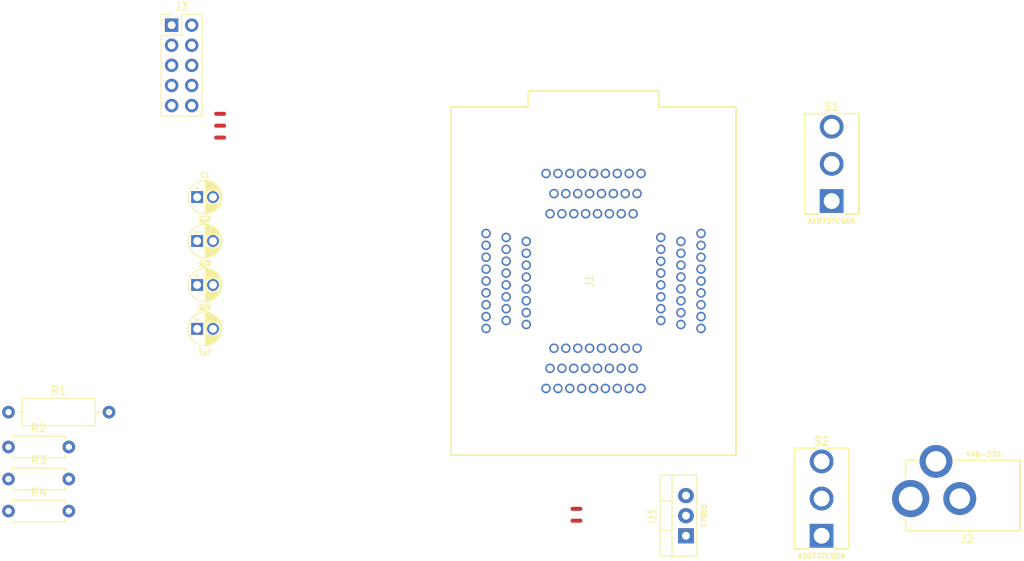
<source format=kicad_pcb>
(kicad_pcb (version 20240108) (generator "pcbnew") (generator_version "8.0")
  (layers (0 "F.Cu" signal) (31 "B.Cu" signal) (34 "B.Paste" user) (35 "F.Paste" user) (36 "B.SilkS" user "B.Silkscreen") (37 "F.SilkS" user "F.Silkscreen") (38 "B.Mask" user) (39 "F.Mask" user) (44 "Edge.Cuts" user))
  (net 0 "")
  (net 1 "/INPUT{slash}GCLK1")
  (net 2 "/VCCIO")
  (net 3 "/GND")
  (net 4 "/TMS")
  (net 5 "/TDO")
  (net 6 "/TDI")
  (net 7 "/TCK")
  (net 8 "/INPUT{slash}OE1")
  (net 9 "/VCCINT")
  (net 10 "/INPUT{slash}GCLRn")
  (net 11 "/INPUT{slash}OE2{slash}GCLK2")
  (net 13 "/5V")
  (net 89 "/12V Socket")
  (net 92 "Net-(J3-Pin_9)")
  (net 97 "/12V")
  (net 98 "Net-(S1-P1)")
  (footprint "SamacSys_Parts:448376" (layer "F.Cu") (at 214.249 112.141)
    (property "Reference" "J2" (at -4.064 5.08 0) (layer "F.SilkS") (effects (font (thickness 0.2))))
    (property "Value" "448-376" (at -2.032 -5.588 0) (layer "F.SilkS") (effects (font (size 0.635 0.635))))
    (pad "A1" thru_hole circle (at -11.2268 0) (size 4.7 4.7) (drill 3) (layers "*.Cu" "*.Mask") (net 89 "/12V Socket"))
    (pad "B1" thru_hole circle (at -8.0268 -4.7) (size 4.15 4.15) (drill 2.6) (layers "*.Cu" "*.Mask") (net 3 "/GND"))
    (pad "C1" thru_hole circle (at -5.0268 0) (size 4.15 4.15) (drill 2.6) (layers "*.Cu" "*.Mask") (net 3 "/GND"))
  )
  (footprint "SamacSys_Parts:CP_Radial_D4.0mm_P2.00mm" (layer "F.Cu") (at 112.865 74.045)
    (property "Reference" "C1" (at 1 -2.794 0) (layer "F.SilkS") (effects (font (size 0.635 0.635))))
    (property "Value" "1μF" (at 1 2.8956 0) (layer "F.SilkS") (effects (font (size 0.635 0.635))))
    (pad "1" thru_hole rect (at 0 0) (size 1.5 1.5) (drill 1) (layers "*.Cu" "*.Mask") (net 9 "/VCCINT"))
    (pad "2" thru_hole circle (at 2 0) (size 1.5 1.5) (drill 1) (layers "*.Cu" "*.Mask") (net 3 "/GND"))
  )
  (footprint "NetTie:NetTie-2_SMD_Pad0.5mm" (layer "F.Cu") (at 160.79 113.435)
    (property "Reference" "NT4" (hide yes))
    (property "Value" "NetTie_2" (hide yes))
    (fp_poly (pts (xy -0.5 -0.25) (xy 0.5 -0.25) (xy 0.5 0.25) (xy -0.5 0.25)) (fill solid) (layer "F.Cu"))
    (pad "1" smd circle (at -0.5 0) (size 0.5 0.5) (layers "F.Cu") (net 13 "/5V"))
    (pad "2" smd circle (at 0.5 0) (size 0.5 0.5) (layers "F.Cu") (net 9 "/VCCINT"))
  )
  (footprint "Resistor_THT:R_Axial_DIN0207_L6.3mm_D2.5mm_P7.62mm_Horizontal" (layer "F.Cu") (at 89.027 113.719)
    (property "Reference" "R4" (at 3.81 -2.37 0) (layer "F.SilkS"))
    (property "Value" "2.2K")
    (pad "1" thru_hole circle (at 0 0) (size 1.6 1.6) (drill 0.8) (layers "*.Cu" "*.Mask") (net 98 "Net-(S1-P1)"))
    (pad "2" thru_hole oval (at 7.62 0) (size 1.6 1.6) (drill 0.8) (layers "*.Cu" "*.Mask") (net 8 "/INPUT{slash}OE1"))
  )
  (footprint "NetTie:NetTie-2_SMD_Pad0.5mm" (layer "F.Cu") (at 115.762 66.526)
    (property "Reference" "NT3" (hide yes))
    (property "Value" "NetTie_2" (hide yes))
    (fp_poly (pts (xy -0.5 -0.25) (xy 0.5 -0.25) (xy 0.5 0.25) (xy -0.5 0.25)) (fill solid) (layer "F.Cu"))
    (pad "1" smd circle (at -0.5 0) (size 0.5 0.5) (layers "F.Cu"))
    (pad "2" smd circle (at 0.5 0) (size 0.5 0.5) (layers "F.Cu") (net 1 "/INPUT{slash}GCLK1"))
  )
  (footprint "SamacSys_Parts:A107SYCQ04" (layer "F.Cu") (at 191.77 116.84)
    (property "Reference" "S2" (at 0 -11.938 0) (layer "F.SilkS") (effects (font (thickness 0.2))))
    (property "Value" "A107SYCQ04" (at 0 2.54 0) (layer "F.SilkS") (effects (font (size 0.635 0.635))))
    (pad "1" thru_hole rect (at 0 0) (size 3 3) (drill 2) (layers "*.Cu" "*.Mask") (net 97 "/12V"))
    (pad "2" thru_hole circle (at 0 -4.699) (size 3 3) (drill 2) (layers "*.Cu" "*.Mask") (net 89 "/12V Socket"))
    (pad "3" thru_hole circle (at 0 -9.398) (size 3 3) (drill 2) (layers "*.Cu" "*.Mask"))
  )
  (footprint "SamacSys_Parts:TO-220-3_Vertical" (layer "F.Cu") (at 174.625 116.839999 90)
    (property "Reference" "U1" (at 2.54 -4.27 90) (layer "F.SilkS") (effects (font (thickness 0.2))))
    (property "Value" "L7805" (at 2.54 2.286 90) (layer "F.SilkS") (effects (font (size 0.635 0.635))))
    (pad "1" thru_hole rect (at 0 0 90) (size 1.905 2) (drill 1) (layers "*.Cu" "*.Mask") (net 97 "/12V"))
    (pad "2" thru_hole oval (at 2.54 0 90) (size 1.905 2) (drill 1) (layers "*.Cu" "*.Mask") (net 3 "/GND"))
    (pad "3" thru_hole oval (at 5.079999 0 90) (size 1.905 2) (drill 1) (layers "*.Cu" "*.Mask") (net 13 "/5V"))
  )
  (footprint "Resistor_THT:R_Axial_DIN0309_L9.0mm_D3.2mm_P12.70mm_Horizontal" (layer "F.Cu") (at 89.027 101.219)
    (property "Reference" "R1" (at 6.35 -2.72 0) (layer "F.SilkS"))
    (property "Value" "100")
    (pad "1" thru_hole circle (at 0 0) (size 1.6 1.6) (drill 0.8) (layers "*.Cu" "*.Mask") (net 92 "Net-(J3-Pin_9)"))
    (pad "2" thru_hole oval (at 12.7 0) (size 1.6 1.6) (drill 0.8) (layers "*.Cu" "*.Mask") (net 13 "/5V"))
  )
  (footprint "SamacSys_Parts:CP_Radial_D4.0mm_P2.00mm" (layer "F.Cu") (at 112.865 85.145)
    (property "Reference" "C3" (at 1 -2.794 0) (layer "F.SilkS") (effects (font (size 0.635 0.635))))
    (property "Value" "1μF" (at 1 2.8956 0) (layer "F.SilkS") (effects (font (size 0.635 0.635))))
    (pad "1" thru_hole rect (at 0 0) (size 1.5 1.5) (drill 1) (layers "*.Cu" "*.Mask") (net 2 "/VCCIO"))
    (pad "2" thru_hole circle (at 2 0) (size 1.5 1.5) (drill 1) (layers "*.Cu" "*.Mask") (net 3 "/GND"))
  )
  (footprint "Connector_PinHeader_2.54mm:PinHeader_2x05_P2.54mm_Vertical" (layer "F.Cu") (at 109.637 52.321)
    (property "Reference" "J3" (at 1.27 -2.33 0) (layer "F.SilkS"))
    (property "Value" "Conn_02x05_Counter_Clockwise")
    (pad "1" thru_hole rect (at 0 0) (size 1.7 1.7) (drill 1) (layers "*.Cu" "*.Mask") (net 7 "/TCK"))
    (pad "2" thru_hole oval (at 2.54 0) (size 1.7 1.7) (drill 1) (layers "*.Cu" "*.Mask") (net 5 "/TDO"))
    (pad "3" thru_hole oval (at 0 2.54) (size 1.7 1.7) (drill 1) (layers "*.Cu" "*.Mask") (net 4 "/TMS"))
    (pad "4" thru_hole oval (at 2.54 2.54) (size 1.7 1.7) (drill 1) (layers "*.Cu" "*.Mask"))
    (pad "5" thru_hole oval (at 0 5.08) (size 1.7 1.7) (drill 1) (layers "*.Cu" "*.Mask") (net 6 "/TDI"))
    (pad "6" thru_hole oval (at 2.54 5.08) (size 1.7 1.7) (drill 1) (layers "*.Cu" "*.Mask") (net 3 "/GND"))
    (pad "7" thru_hole oval (at 0 7.62) (size 1.7 1.7) (drill 1) (layers "*.Cu" "*.Mask"))
    (pad "8" thru_hole oval (at 2.54 7.62) (size 1.7 1.7) (drill 1) (layers "*.Cu" "*.Mask"))
    (pad "9" thru_hole oval (at 0 10.16) (size 1.7 1.7) (drill 1) (layers "*.Cu" "*.Mask") (net 92 "Net-(J3-Pin_9)"))
    (pad "10" thru_hole oval (at 2.54 10.16) (size 1.7 1.7) (drill 1) (layers "*.Cu" "*.Mask") (net 3 "/GND"))
  )
  (footprint "NetTie:NetTie-2_SMD_Pad0.5mm" (layer "F.Cu") (at 115.762 65.026)
    (property "Reference" "NT2" (hide yes))
    (property "Value" "NetTie_2" (hide yes))
    (fp_poly (pts (xy -0.5 -0.25) (xy 0.5 -0.25) (xy 0.5 0.25) (xy -0.5 0.25)) (fill solid) (layer "F.Cu"))
    (pad "1" smd circle (at -0.5 0) (size 0.5 0.5) (layers "F.Cu"))
    (pad "2" smd circle (at 0.5 0) (size 0.5 0.5) (layers "F.Cu") (net 10 "/INPUT{slash}GCLRn"))
  )
  (footprint "Resistor_THT:R_Axial_DIN0207_L6.3mm_D2.5mm_P7.62mm_Horizontal" (layer "F.Cu") (at 89.027 105.619)
    (property "Reference" "R2" (at 3.81 -2.37 0) (layer "F.SilkS"))
    (property "Value" "6.8K")
    (pad "1" thru_hole circle (at 0 0) (size 1.6 1.6) (drill 0.8) (layers "*.Cu" "*.Mask") (net 3 "/GND"))
    (pad "2" thru_hole oval (at 7.62 0) (size 1.6 1.6) (drill 0.8) (layers "*.Cu" "*.Mask") (net 7 "/TCK"))
  )
  (footprint "Resistor_THT:R_Axial_DIN0207_L6.3mm_D2.5mm_P7.62mm_Horizontal" (layer "F.Cu") (at 89.027 109.669)
    (property "Reference" "R3" (at 3.81 -2.37 0) (layer "F.SilkS"))
    (property "Value" "6.8K")
    (pad "1" thru_hole circle (at 0 0) (size 1.6 1.6) (drill 0.8) (layers "*.Cu" "*.Mask") (net 13 "/5V"))
    (pad "2" thru_hole oval (at 7.62 0) (size 1.6 1.6) (drill 0.8) (layers "*.Cu" "*.Mask") (net 4 "/TMS"))
  )
  (footprint "SamacSys_Parts:AllSocket-QFP-100-14X14-0.5-Clamshell" (layer "F.Cu") (at 162.949999 84.645 90)
    (property "Reference" "J1" (at 0 -0.499999 90) (layer "F.SilkS"))
    (property "Value" "~")
    (pad "" np_thru_hole circle (at -13 -13 90) (size 3.2 3.2) (drill 3.6) (layers "F&B.Cu" "*.Mask"))
    (pad "" np_thru_hole circle (at -13 13 90) (size 3.2 3.2) (drill 3.6) (layers "F&B.Cu" "*.Mask"))
    (pad "" np_thru_hole circle (at 13 -13 90) (size 3.2 3.2) (drill 3.6) (layers "F&B.Cu" "*.Mask"))
    (pad "" np_thru_hole circle (at 13 13 90) (size 3.2 3.2) (drill 3.6) (layers "F&B.Cu" "*.Mask"))
    (pad "1" thru_hole circle (at -6 -13.58 90) (size 1.2 1.2) (drill 0.8) (layers "*.Cu" "*.Mask"))
    (pad "2" thru_hole circle (at -4.5 -13.580001 90) (size 1.2 1.2) (drill 0.8) (layers "*.Cu" "*.Mask"))
    (pad "3" thru_hole circle (at -3 -13.58 90) (size 1.2 1.2) (drill 0.8) (layers "*.Cu" "*.Mask") (net 2 "/VCCIO"))
    (pad "4" thru_hole circle (at -1.5 -13.58 90) (size 1.2 1.2) (drill 0.8) (layers "*.Cu" "*.Mask") (net 6 "/TDI"))
    (pad "5" thru_hole circle (at 0 -13.58 90) (size 1.2 1.2) (drill 0.8) (layers "*.Cu" "*.Mask"))
    (pad "6" thru_hole circle (at 1.5 -13.58 90) (size 1.2 1.2) (drill 0.8) (layers "*.Cu" "*.Mask"))
    (pad "7" thru_hole circle (at 3 -13.58 90) (size 1.2 1.2) (drill 0.8) (layers "*.Cu" "*.Mask"))
    (pad "8" thru_hole circle (at 4.5 -13.580001 90) (size 1.2 1.2) (drill 0.8) (layers "*.Cu" "*.Mask"))
    (pad "9" thru_hole circle (at 6 -13.58 90) (size 1.2 1.2) (drill 0.8) (layers "*.Cu" "*.Mask"))
    (pad "10" thru_hole circle (at -5 -11.04 90) (size 1.2 1.2) (drill 0.8) (layers "*.Cu" "*.Mask"))
    (pad "11" thru_hole circle (at -3.5 -11.04 90) (size 1.2 1.2) (drill 0.8) (layers "*.Cu" "*.Mask") (net 3 "/GND"))
    (pad "12" thru_hole circle (at -2 -11.039999 90) (size 1.2 1.2) (drill 0.8) (layers "*.Cu" "*.Mask"))
    (pad "13" thru_hole circle (at -0.5 -11.039999 90) (size 1.2 1.2) (drill 0.8) (layers "*.Cu" "*.Mask"))
    (pad "14" thru_hole circle (at 1 -11.04 90) (size 1.2 1.2) (drill 0.8) (layers "*.Cu" "*.Mask"))
    (pad "15" thru_hole circle (at 2.5 -11.04 90) (size 1.2 1.2) (drill 0.8) (layers "*.Cu" "*.Mask") (net 4 "/TMS"))
    (pad "16" thru_hole circle (at 4 -11.04 90) (size 1.2 1.2) (drill 0.8) (layers "*.Cu" "*.Mask"))
    (pad "17" thru_hole circle (at 5.5 -11.04 90) (size 1.2 1.2) (drill 0.8) (layers "*.Cu" "*.Mask"))
    (pad "18" thru_hole circle (at -5.5 -8.5 90) (size 1.2 1.2) (drill 0.8) (layers "*.Cu" "*.Mask") (net 2 "/VCCIO"))
    (pad "19" thru_hole circle (at -4 -8.500001 90) (size 1.2 1.2) (drill 0.8) (layers "*.Cu" "*.Mask"))
    (pad "20" thru_hole circle (at -2.5 -8.500001 90) (size 1.2 1.2) (drill 0.8) (layers "*.Cu" "*.Mask"))
    (pad "21" thru_hole circle (at -1 -8.5 90) (size 1.2 1.2) (drill 0.8) (layers "*.Cu" "*.Mask"))
    (pad "22" thru_hole circle (at 0.5 -8.5 90) (size 1.2 1.2) (drill 0.8) (layers "*.Cu" "*.Mask"))
    (pad "23" thru_hole circle (at 2 -8.5 90) (size 1.2 1.2) (drill 0.8) (layers "*.Cu" "*.Mask"))
    (pad "24" thru_hole circle (at 3.5 -8.5 90) (size 1.2 1.2) (drill 0.8) (layers "*.Cu" "*.Mask"))
    (pad "25" thru_hole circle (at 5 -8.500001 90) (size 1.2 1.2) (drill 0.8) (layers "*.Cu" "*.Mask"))
    (pad "26" thru_hole circle (at 13.58 -6) (size 1.2 1.2) (drill 0.8) (layers "*.Cu" "*.Mask") (net 3 "/GND"))
    (pad "27" thru_hole circle (at 13.580001 -4.5) (size 1.2 1.2) (drill 0.8) (layers "*.Cu" "*.Mask"))
    (pad "28" thru_hole circle (at 13.58 -3) (size 1.2 1.2) (drill 0.8) (layers "*.Cu" "*.Mask"))
    (pad "29" thru_hole circle (at 13.58 -1.5) (size 1.2 1.2) (drill 0.8) (layers "*.Cu" "*.Mask"))
    (pad "30" thru_hole circle (at 13.58 0 180) (size 1.2 1.2) (drill 0.8) (layers "*.Cu" "*.Mask"))
    (pad "31" thru_hole circle (at 13.58 1.5) (size 1.2 1.2) (drill 0.8) (layers "*.Cu" "*.Mask"))
    (pad "32" thru_hole circle (at 13.58 3) (size 1.2 1.2) (drill 0.8) (layers "*.Cu" "*.Mask"))
    (pad "33" thru_hole circle (at 13.580001 4.5) (size 1.2 1.2) (drill 0.8) (layers "*.Cu" "*.Mask"))
    (pad "34" thru_hole circle (at 13.58 6) (size 1.2 1.2) (drill 0.8) (layers "*.Cu" "*.Mask") (net 2 "/VCCIO"))
    (pad "35" thru_hole circle (at 11.04 -5) (size 1.2 1.2) (drill 0.8) (layers "*.Cu" "*.Mask"))
    (pad "36" thru_hole circle (at 11.04 -3.5) (size 1.2 1.2) (drill 0.8) (layers "*.Cu" "*.Mask"))
    (pad "37" thru_hole circle (at 11.039999 -2) (size 1.2 1.2) (drill 0.8) (layers "*.Cu" "*.Mask"))
    (pad "38" thru_hole circle (at 11.039999 -0.5) (size 1.2 1.2) (drill 0.8) (layers "*.Cu" "*.Mask") (net 3 "/GND"))
    (pad "39" thru_hole circle (at 11.04 1) (size 1.2 1.2) (drill 0.8) (layers "*.Cu" "*.Mask") (net 9 "/VCCINT"))
    (pad "40" thru_hole circle (at 11.04 2.5) (size 1.2 1.2) (drill 0.8) (layers "*.Cu" "*.Mask"))
    (pad "41" thru_hole circle (at 11.04 4) (size 1.2 1.2) (drill 0.8) (layers "*.Cu" "*.Mask"))
    (pad "42" thru_hole circle (at 11.04 5.5) (size 1.2 1.2) (drill 0.8) (layers "*.Cu" "*.Mask"))
    (pad "43" thru_hole circle (at 8.5 -5.5) (size 1.2 1.2) (drill 0.8) (layers "*.Cu" "*.Mask") (net 3 "/GND"))
    (pad "44" thru_hole circle (at 8.500001 -4) (size 1.2 1.2) (drill 0.8) (layers "*.Cu" "*.Mask"))
    (pad "45" thru_hole circle (at 8.500001 -2.5) (size 1.2 1.2) (drill 0.8) (layers "*.Cu" "*.Mask"))
    (pad "46" thru_hole circle (at 8.5 -1) (size 1.2 1.2) (drill 0.8) (layers "*.Cu" "*.Mask"))
    (pad "47" thru_hole circle (at 8.5 0.5) (size 1.2 1.2) (drill 0.8) (layers "*.Cu" "*.Mask"))
    (pad "48" thru_hole circle (at 8.5 2) (size 1.2 1.2) (drill 0.8) (layers "*.Cu" "*.Mask"))
    (pad "49" thru_hole circle (at 8.5 3.5) (size 1.2 1.2) (drill 0.8) (layers "*.Cu" "*.Mask"))
    (pad "50" thru_hole circle (at 8.500001 5) (size 1.2 1.2) (drill 0.8) (layers "*.Cu" "*.Mask"))
    (pad "51" thru_hole circle (at 6 13.58 270) (size 1.2 1.2) (drill 0.8) (layers "*.Cu" "*.Mask") (net 2 "/VCCIO"))
    (pad "52" thru_hole circle (at 4.5 13.580001 270) (size 1.2 1.2) (drill 0.8) (layers "*.Cu" "*.Mask"))
    (pad "53" thru_hole circle (at 3 13.58 270) (size 1.2 1.2) (drill 0.8) (layers "*.Cu" "*.Mask"))
    (pad "54" thru_hole circle (at 1.5 13.58 270) (size 1.2 1.2) (drill 0.8) (layers "*.Cu" "*.Mask"))
    (pad "55" thru_hole circle (at 0 13.58 90) (size 1.2 1.2) (drill 0.8) (layers "*.Cu" "*.Mask"))
    (pad "56" thru_hole circle (at -1.5 13.58 270) (size 1.2 1.2) (drill 0.8) (layers "*.Cu" "*.Mask"))
    (pad "57" thru_hole circle (at -3 13.58 270) (size 1.2 1.2) (drill 0.8) (layers "*.Cu" "*.Mask"))
    (pad "58" thru_hole circle (at -4.5 13.580001 270) (size 1.2 1.2) (drill 0.8) (layers "*.Cu" "*.Mask"))
    (pad "59" thru_hole circle (at -6 13.58 270) (size 1.2 1.2) (drill 0.8) (layers "*.Cu" "*.Mask") (net 3 "/GND"))
    (pad "60" thru_hole circle (at 5 11.04 270) (size 1.2 1.2) (drill 0.8) (layers "*.Cu" "*.Mask"))
    (pad "61" thru_hole circle (at 3.5 11.04 270) (size 1.2 1.2) (drill 0.8) (layers "*.Cu" "*.Mask"))
    (pad "62" thru_hole circle (at 2 11.039999 270) (size 1.2 1.2) (drill 0.8) (layers "*.Cu" "*.Mask") (net 7 "/TCK"))
    (pad "63" thru_hole circle (at 0.5 11.039999 270) (size 1.2 1.2) (drill 0.8) (layers "*.Cu" "*.Mask"))
    (pad "64" thru_hole circle (at -1 11.04 270) (size 1.2 1.2) (drill 0.8) (layers "*.Cu" "*.Mask"))
    (pad "65" thru_hole circle (at -2.5 11.04 270) (size 1.2 1.2) (drill 0.8) (layers "*.Cu" "*.Mask"))
    (pad "66" thru_hole circle (at -4 11.04 270) (size 1.2 1.2) (drill 0.8) (layers "*.Cu" "*.Mask") (net 2 "/VCCIO"))
    (pad "67" thru_hole circle (at -5.5 11.04 270) (size 1.2 1.2) (drill 0.8) (layers "*.Cu" "*.Mask"))
    (pad "68" thru_hole circle (at 5.5 8.5 270) (size 1.2 1.2) (drill 0.8) (layers "*.Cu" "*.Mask"))
    (pad "69" thru_hole circle (at 4 8.500001 270) (size 1.2 1.2) (drill 0.8) (layers "*.Cu" "*.Mask"))
    (pad "70" thru_hole circle (at 2.5 8.500001 270) (size 1.2 1.2) (drill 0.8) (layers "*.Cu" "*.Mask"))
    (pad "71" thru_hole circle (at 1 8.5 270) (size 1.2 1.2) (drill 0.8) (layers "*.Cu" "*.Mask"))
    (pad "72" thru_hole circle (at -0.5 8.5 270) (size 1.2 1.2) (drill 0.8) (layers "*.Cu" "*.Mask"))
    (pad "73" thru_hole circle (at -2 8.5 270) (size 1.2 1.2) (drill 0.8) (layers "*.Cu" "*.Mask") (net 5 "/TDO"))
    (pad "74" thru_hole circle (at -3.5 8.5 270) (size 1.2 1.2) (drill 0.8) (layers "*.Cu" "*.Mask") (net 3 "/GND"))
    (pad "75" thru_hole circle (at -5 8.500001 270) (size 1.2 1.2) (drill 0.8) (layers "*.Cu" "*.Mask"))
    (pad "76" thru_hole circle (at -13.58 6 180) (size 1.2 1.2) (drill 0.8) (layers "*.Cu" "*.Mask"))
    (pad "77" thru_hole circle (at -13.580001 4.5 180) (size 1.2 1.2) (drill 0.8) (layers "*.Cu" "*.Mask"))
    (pad "78" thru_hole circle (at -13.58 3 180) (size 1.2 1.2) (drill 0.8) (layers "*.Cu" "*.Mask"))
    (pad "79" thru_hole circle (at -13.58 1.5 180) (size 1.2 1.2) (drill 0.8) (layers "*.Cu" "*.Mask"))
    (pad "80" thru_hole circle (at -13.58 0 180) (size 1.2 1.2) (drill 0.8) (layers "*.Cu" "*.Mask"))
    (pad "81" thru_hole circle (at -13.58 -1.5 180) (size 1.2 1.2) (drill 0.8) (layers "*.Cu" "*.Mask"))
    (pad "82" thru_hole circle (at -13.58 -3 180) (size 1.2 1.2) (drill 0.8) (layers "*.Cu" "*.Mask") (net 2 "/VCCIO"))
    (pad "83" thru_hole circle (at -13.580001 -4.5 180) (size 1.2 1.2) (drill 0.8) (layers "*.Cu" "*.Mask"))
    (pad "84" thru_hole circle (at -13.58 -6 180) (size 1.2 1.2) (drill 0.8) (layers "*.Cu" "*.Mask"))
    (pad "85" thru_hole circle (at -11.04 5 180) (size 1.2 1.2) (drill 0.8) (layers "*.Cu" "*.Mask"))
    (pad "86" thru_hole circle (at -11.04 3.5 180) (size 1.2 1.2) (drill 0.8) (layers "*.Cu" "*.Mask") (net 3 "/GND"))
    (pad "87" thru_hole circle (at -11.039999 2 180) (size 1.2 1.2) (drill 0.8) (layers "*.Cu" "*.Mask") (net 1 "/INPUT{slash}GCLK1"))
    (pad "88" thru_hole circle (at -11.039999 0.5 180) (size 1.2 1.2) (drill 0.8) (layers "*.Cu" "*.Mask") (net 8 "/INPUT{slash}OE1"))
    (pad "89" thru_hole circle (at -11.04 -1 180) (size 1.2 1.2) (drill 0.8) (layers "*.Cu" "*.Mask") (net 10 "/INPUT{slash}GCLRn"))
    (pad "90" thru_hole circle (at -11.04 -2.5 180) (size 1.2 1.2) (drill 0.8) (layers "*.Cu" "*.Mask") (net 11 "/INPUT{slash}OE2{slash}GCLK2"))
    (pad "91" thru_hole circle (at -11.04 -4 180) (size 1.2 1.2) (drill 0.8) (layers "*.Cu" "*.Mask") (net 9 "/VCCINT"))
    (pad "92" thru_hole circle (at -11.04 -5.5 180) (size 1.2 1.2) (drill 0.8) (layers "*.Cu" "*.Mask"))
    (pad "93" thru_hole circle (at -8.5 5.5 180) (size 1.2 1.2) (drill 0.8) (layers "*.Cu" "*.Mask"))
    (pad "94" thru_hole circle (at -8.500001 4 180) (size 1.2 1.2) (drill 0.8) (layers "*.Cu" "*.Mask"))
    (pad "95" thru_hole circle (at -8.500001 2.5 180) (size 1.2 1.2) (drill 0.8) (layers "*.Cu" "*.Mask") (net 3 "/GND"))
    (pad "96" thru_hole circle (at -8.5 1 180) (size 1.2 1.2) (drill 0.8) (layers "*.Cu" "*.Mask"))
    (pad "97" thru_hole circle (at -8.5 -0.5 180) (size 1.2 1.2) (drill 0.8) (layers "*.Cu" "*.Mask"))
    (pad "98" thru_hole circle (at -8.5 -2 180) (size 1.2 1.2) (drill 0.8) (layers "*.Cu" "*.Mask"))
    (pad "99" thru_hole circle (at -8.5 -3.5 180) (size 1.2 1.2) (drill 0.8) (layers "*.Cu" "*.Mask"))
    (pad "100" thru_hole circle (at -8.500001 -5 180) (size 1.2 1.2) (drill 0.8) (layers "*.Cu" "*.Mask"))
  )
  (footprint "SamacSys_Parts:A107SYCQ04" (layer "F.Cu") (at 193.04 74.549)
    (property "Reference" "S1" (at 0 -11.938 0) (layer "F.SilkS") (effects (font (thickness 0.2))))
    (property "Value" "A107SYCQ04" (at 0 2.54 0) (layer "F.SilkS") (effects (font (size 0.635 0.635))))
    (pad "1" thru_hole rect (at 0 0) (size 3 3) (drill 2) (layers "*.Cu" "*.Mask") (net 98 "Net-(S1-P1)"))
    (pad "2" thru_hole circle (at 0 -4.699) (size 3 3) (drill 2) (layers "*.Cu" "*.Mask") (net 97 "/12V"))
    (pad "3" thru_hole circle (at 0 -9.398001) (size 3 3) (drill 2) (layers "*.Cu" "*.Mask"))
  )
  (footprint "SamacSys_Parts:CP_Radial_D4.0mm_P2.00mm" (layer "F.Cu") (at 112.865 79.595)
    (property "Reference" "C2" (at 1 -2.794 0) (layer "F.SilkS") (effects (font (size 0.635 0.635))))
    (property "Value" "1μF" (at 1 2.8956 0) (layer "F.SilkS") (effects (font (size 0.635 0.635))))
    (pad "1" thru_hole rect (at 0 0) (size 1.5 1.5) (drill 1) (layers "*.Cu" "*.Mask") (net 9 "/VCCINT"))
    (pad "2" thru_hole circle (at 2 0) (size 1.5 1.5) (drill 1) (layers "*.Cu" "*.Mask") (net 3 "/GND"))
  )
  (footprint "NetTie:NetTie-2_SMD_Pad0.5mm" (layer "F.Cu") (at 115.762 63.526)
    (property "Reference" "NT1" (hide yes))
    (property "Value" "NetTie_2" (hide yes))
    (fp_poly (pts (xy -0.5 -0.25) (xy 0.5 -0.25) (xy 0.5 0.25) (xy -0.5 0.25)) (fill solid) (layer "F.Cu"))
    (pad "1" smd circle (at -0.5 0) (size 0.5 0.5) (layers "F.Cu"))
    (pad "2" smd circle (at 0.5 0) (size 0.5 0.5) (layers "F.Cu") (net 11 "/INPUT{slash}OE2{slash}GCLK2"))
  )
  (footprint "NetTie:NetTie-2_SMD_Pad0.5mm" (layer "F.Cu") (at 160.79 114.935)
    (property "Reference" "NT5" (hide yes))
    (property "Value" "NetTie_2" (hide yes))
    (fp_poly (pts (xy -0.5 -0.25) (xy 0.5 -0.25) (xy 0.5 0.25) (xy -0.5 0.25)) (fill solid) (layer "F.Cu"))
    (pad "1" smd circle (at -0.5 0) (size 0.5 0.5) (layers "F.Cu") (net 13 "/5V"))
    (pad "2" smd circle (at 0.5 0) (size 0.5 0.5) (layers "F.Cu") (net 2 "/VCCIO"))
  )
  (footprint "SamacSys_Parts:CP_Radial_D4.0mm_P2.00mm" (layer "F.Cu") (at 112.865 90.695)
    (property "Reference" "C4" (at 1 -2.794 0) (layer "F.SilkS") (effects (font (size 0.635 0.635))))
    (property "Value" "1μF" (at 1 2.8956 0) (layer "F.SilkS") (effects (font (size 0.635 0.635))))
    (pad "1" thru_hole rect (at 0 0) (size 1.5 1.5) (drill 1) (layers "*.Cu" "*.Mask") (net 2 "/VCCIO"))
    (pad "2" thru_hole circle (at 2 0) (size 1.5 1.5) (drill 1) (layers "*.Cu" "*.Mask") (net 3 "/GND"))
  )
)
</source>
